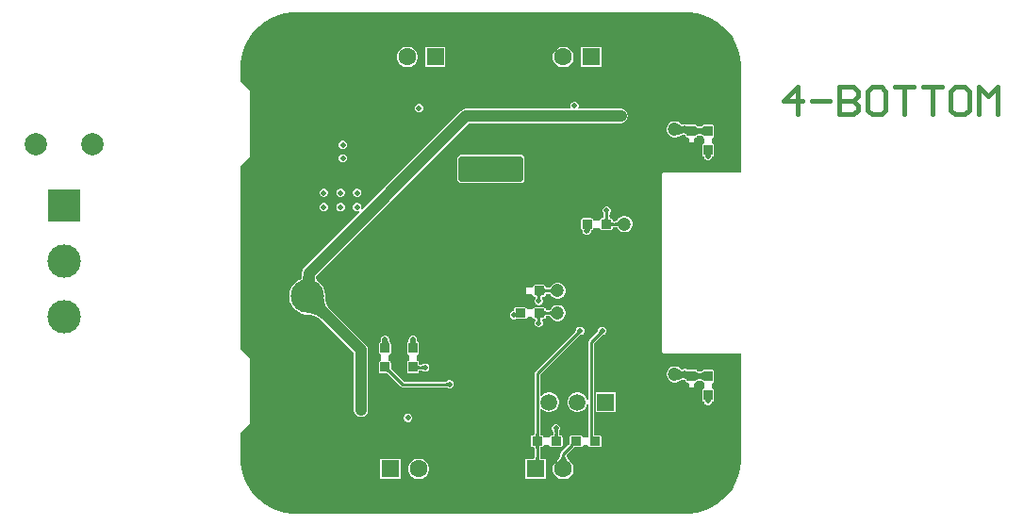
<source format=gbl>
G04*
G04 #@! TF.GenerationSoftware,Altium Limited,Altium Designer,23.4.1 (23)*
G04*
G04 Layer_Physical_Order=4*
G04 Layer_Color=16711680*
%FSLAX44Y44*%
%MOMM*%
G71*
G04*
G04 #@! TF.SameCoordinates,AC87B314-1984-4FFE-BA22-F28876D7C55D*
G04*
G04*
G04 #@! TF.FilePolarity,Positive*
G04*
G01*
G75*
%ADD14C,0.2500*%
%ADD17C,0.4000*%
G04:AMPARAMS|DCode=29|XSize=0.9mm|YSize=1.4mm|CornerRadius=0.0675mm|HoleSize=0mm|Usage=FLASHONLY|Rotation=270.000|XOffset=0mm|YOffset=0mm|HoleType=Round|Shape=RoundedRectangle|*
%AMROUNDEDRECTD29*
21,1,0.9000,1.2650,0,0,270.0*
21,1,0.7650,1.4000,0,0,270.0*
1,1,0.1350,-0.6325,-0.3825*
1,1,0.1350,-0.6325,0.3825*
1,1,0.1350,0.6325,0.3825*
1,1,0.1350,0.6325,-0.3825*
%
%ADD29ROUNDEDRECTD29*%
G04:AMPARAMS|DCode=34|XSize=0.9mm|YSize=0.8mm|CornerRadius=0.06mm|HoleSize=0mm|Usage=FLASHONLY|Rotation=0.000|XOffset=0mm|YOffset=0mm|HoleType=Round|Shape=RoundedRectangle|*
%AMROUNDEDRECTD34*
21,1,0.9000,0.6800,0,0,0.0*
21,1,0.7800,0.8000,0,0,0.0*
1,1,0.1200,0.3900,-0.3400*
1,1,0.1200,-0.3900,-0.3400*
1,1,0.1200,-0.3900,0.3400*
1,1,0.1200,0.3900,0.3400*
%
%ADD34ROUNDEDRECTD34*%
%ADD64C,1.2000*%
%ADD67C,0.5000*%
%ADD69C,1.0000*%
%ADD71R,3.0000X3.0000*%
%ADD72C,3.0000*%
%ADD73C,1.5000*%
%ADD74R,1.5000X1.5000*%
%ADD75C,1.6000*%
%ADD76R,1.6000X1.6000*%
%ADD77C,2.0000*%
%ADD78C,7.0000*%
%ADD79C,0.5000*%
G04:AMPARAMS|DCode=81|XSize=0.9mm|YSize=0.8mm|CornerRadius=0.06mm|HoleSize=0mm|Usage=FLASHONLY|Rotation=90.000|XOffset=0mm|YOffset=0mm|HoleType=Round|Shape=RoundedRectangle|*
%AMROUNDEDRECTD81*
21,1,0.9000,0.6800,0,0,90.0*
21,1,0.7800,0.8000,0,0,90.0*
1,1,0.1200,0.3400,0.3900*
1,1,0.1200,0.3400,-0.3900*
1,1,0.1200,-0.3400,-0.3900*
1,1,0.1200,-0.3400,0.3900*
%
%ADD81ROUNDEDRECTD81*%
G36*
X600000Y450000D02*
X600000Y450000D01*
X603277D01*
X609775Y449144D01*
X616106Y447448D01*
X622162Y444940D01*
X627838Y441663D01*
X633038Y437673D01*
X637673Y433038D01*
X641663Y427838D01*
X644940Y422162D01*
X647448Y416106D01*
X649144Y409775D01*
X650000Y403277D01*
X650000Y400000D01*
X650000Y306443D01*
X580096D01*
X579139Y306047D01*
X578743Y305090D01*
Y145000D01*
X579139Y144043D01*
X580096Y143647D01*
X650000D01*
X650000Y50000D01*
X650000D01*
Y46723D01*
X649144Y40225D01*
X647448Y33893D01*
X644940Y27838D01*
X641663Y22162D01*
X637673Y16962D01*
X633038Y12327D01*
X627838Y8337D01*
X622162Y5060D01*
X616106Y2552D01*
X609775Y856D01*
X603277Y0D01*
X600000D01*
X250000Y0D01*
Y0D01*
X246723D01*
X240225Y856D01*
X233894Y2552D01*
X227838Y5060D01*
X222162Y8337D01*
X216962Y12327D01*
X212327Y16962D01*
X208337Y22162D01*
X205060Y27838D01*
X202552Y33893D01*
X200856Y40225D01*
X200000Y46723D01*
Y50000D01*
Y71900D01*
X208890Y80790D01*
Y139210D01*
X200000Y148100D01*
X200000Y311900D01*
X208890Y320790D01*
Y379210D01*
X200000Y388100D01*
Y398804D01*
X200000Y400000D01*
X200000Y400000D01*
X200000Y400000D01*
X200000Y403277D01*
X200856Y409775D01*
X202552Y416106D01*
X205060Y422162D01*
X208337Y427838D01*
X212327Y433038D01*
X216962Y437673D01*
X222162Y441663D01*
X227838Y444940D01*
X233894Y447448D01*
X240224Y449145D01*
X246723Y450000D01*
X250000D01*
X600000Y450000D01*
X600000Y450000D01*
D02*
G37*
%LPC*%
G36*
X524250Y419250D02*
X505750D01*
Y400750D01*
X524250D01*
Y419250D01*
D02*
G37*
G36*
X491218D02*
X488782D01*
X486430Y418620D01*
X484320Y417402D01*
X482598Y415680D01*
X481380Y413570D01*
X480750Y411218D01*
Y408782D01*
X481380Y406430D01*
X482598Y404320D01*
X484320Y402598D01*
X486430Y401380D01*
X488782Y400750D01*
X491218D01*
X493570Y401380D01*
X495680Y402598D01*
X497402Y404320D01*
X498620Y406430D01*
X499250Y408782D01*
Y411218D01*
X498620Y413570D01*
X497402Y415680D01*
X495680Y417402D01*
X493570Y418620D01*
X491218Y419250D01*
D02*
G37*
G36*
X384250D02*
X365750D01*
Y400750D01*
X384250D01*
Y419250D01*
D02*
G37*
G36*
X351218D02*
X348782D01*
X346430Y418620D01*
X344320Y417402D01*
X342598Y415680D01*
X341380Y413570D01*
X340750Y411218D01*
Y408782D01*
X341380Y406430D01*
X342598Y404320D01*
X344320Y402598D01*
X346430Y401380D01*
X348782Y400750D01*
X351218D01*
X353570Y401380D01*
X355680Y402598D01*
X357402Y404320D01*
X358620Y406430D01*
X359250Y408782D01*
Y411218D01*
X358620Y413570D01*
X357402Y415680D01*
X355680Y417402D01*
X353570Y418620D01*
X351218Y419250D01*
D02*
G37*
G36*
X500746Y369750D02*
X499254D01*
X497876Y369179D01*
X496821Y368124D01*
X496250Y366746D01*
Y365254D01*
X496480Y364699D01*
X495631Y363429D01*
X402773D01*
X402772Y363429D01*
X400334Y362944D01*
X398266Y361563D01*
X309536Y272832D01*
X308459Y273552D01*
X308750Y274254D01*
Y275746D01*
X308179Y277124D01*
X307124Y278179D01*
X305746Y278750D01*
X304254D01*
X302876Y278179D01*
X301821Y277124D01*
X301250Y275746D01*
Y274254D01*
X301821Y272876D01*
X302876Y271821D01*
X304254Y271250D01*
X305746D01*
X306448Y271541D01*
X307168Y270464D01*
X257065Y220361D01*
X255684Y218294D01*
X255198Y215855D01*
Y215358D01*
X255138Y213731D01*
X255044Y212866D01*
X254915Y212110D01*
X254758Y211481D01*
X254581Y210986D01*
X254400Y210627D01*
X254235Y210400D01*
X254104Y210281D01*
X253853Y210143D01*
X253774Y210044D01*
X253653Y210009D01*
X253619Y209946D01*
X252303Y209401D01*
X249641Y207622D01*
X247378Y205359D01*
X245599Y202697D01*
X244374Y199740D01*
X243750Y196600D01*
Y193400D01*
X244374Y190260D01*
X245599Y187303D01*
X247378Y184641D01*
X249641Y182378D01*
X252303Y180599D01*
X255260Y179374D01*
X258400Y178750D01*
X259888D01*
X260119Y178648D01*
X261584Y178614D01*
X262946Y178487D01*
X264248Y178267D01*
X265492Y177955D01*
X266682Y177551D01*
X267818Y177056D01*
X268903Y176469D01*
X269939Y175789D01*
X270928Y175014D01*
X271529Y174459D01*
X301855Y144133D01*
Y92943D01*
X302340Y90504D01*
X303722Y88437D01*
X305789Y87056D01*
X308228Y86571D01*
X310666Y87056D01*
X312733Y88437D01*
X314115Y90504D01*
X314600Y92943D01*
Y146772D01*
X314600Y146772D01*
X314115Y149211D01*
X312733Y151278D01*
X312733Y151279D01*
X280541Y183471D01*
X279986Y184072D01*
X279211Y185061D01*
X278531Y186098D01*
X277944Y187183D01*
X277449Y188318D01*
X277045Y189508D01*
X276733Y190752D01*
X276513Y192055D01*
X276386Y193416D01*
X276352Y194881D01*
X276250Y195112D01*
Y196600D01*
X275625Y199740D01*
X274401Y202697D01*
X272622Y205359D01*
X270359Y207622D01*
X269353Y208294D01*
X269335Y208357D01*
X269231Y208413D01*
X269179Y208519D01*
X268970Y208704D01*
X268835Y208894D01*
X268664Y209248D01*
X268487Y209765D01*
X268324Y210435D01*
X268189Y211222D01*
X268033Y213305D01*
X405412Y350685D01*
X541772D01*
X544211Y351170D01*
X546278Y352551D01*
X547660Y354618D01*
X548145Y357057D01*
X547660Y359496D01*
X546278Y361563D01*
X544211Y362944D01*
X541772Y363429D01*
X504369D01*
X503520Y364699D01*
X503750Y365254D01*
Y366746D01*
X503179Y368124D01*
X502124Y369179D01*
X500746Y369750D01*
D02*
G37*
G36*
X361246Y367750D02*
X359754D01*
X358376Y367179D01*
X357321Y366124D01*
X356750Y364746D01*
Y363254D01*
X357321Y361876D01*
X358376Y360821D01*
X359754Y360250D01*
X361246D01*
X362624Y360821D01*
X363679Y361876D01*
X364250Y363254D01*
Y364746D01*
X363679Y366124D01*
X362624Y367179D01*
X361246Y367750D01*
D02*
G37*
G36*
X292746Y334750D02*
X291254D01*
X289876Y334179D01*
X288821Y333124D01*
X288250Y331746D01*
Y330254D01*
X288821Y328876D01*
X289876Y327821D01*
X291254Y327250D01*
X292746D01*
X294124Y327821D01*
X295179Y328876D01*
X295750Y330254D01*
Y331746D01*
X295179Y333124D01*
X294124Y334179D01*
X292746Y334750D01*
D02*
G37*
G36*
X590955Y352250D02*
X589045D01*
X587202Y351756D01*
X585548Y350801D01*
X584199Y349452D01*
X583244Y347798D01*
X582750Y345955D01*
Y344045D01*
X583244Y342202D01*
X584199Y340548D01*
X585548Y339199D01*
X587202Y338244D01*
X589045Y337750D01*
X590955D01*
X592798Y338244D01*
X593726Y338780D01*
X593981Y338819D01*
X594499Y339132D01*
X595002Y339392D01*
X595532Y339623D01*
X596088Y339825D01*
X596674Y339997D01*
X597287Y340140D01*
X597915Y340248D01*
X597998Y340256D01*
X598345Y340200D01*
X598877Y340063D01*
X599270Y339908D01*
X599529Y339756D01*
X599671Y339629D01*
X599723Y339553D01*
X599857Y338878D01*
X600133Y338465D01*
X600199Y338306D01*
X600255Y338282D01*
X600266Y338266D01*
X600283Y338255D01*
X600309Y338207D01*
X600390Y338184D01*
X600878Y337857D01*
X601600Y337714D01*
X602026D01*
X603000Y337000D01*
X603000Y336444D01*
Y333000D01*
X607000D01*
X607000Y337000D01*
X607974Y337714D01*
X608400D01*
X609122Y337857D01*
X609148Y337875D01*
X609222Y337867D01*
X609483Y338079D01*
X609793Y338207D01*
X609870Y338394D01*
X610026Y338520D01*
X610149Y338748D01*
X610242Y338859D01*
X610397Y338987D01*
X610635Y339126D01*
X610967Y339265D01*
X611395Y339393D01*
X611897Y339495D01*
X612589Y339564D01*
X613082Y339500D01*
X613605Y339393D01*
X614033Y339265D01*
X614365Y339126D01*
X614603Y338987D01*
X614758Y338859D01*
X614851Y338748D01*
X614974Y338520D01*
X615130Y338393D01*
X615207Y338207D01*
X615517Y338079D01*
X615778Y337867D01*
X616646Y336971D01*
Y333000D01*
X615878Y332143D01*
X615266Y331734D01*
X614857Y331122D01*
X614714Y330400D01*
Y322600D01*
X614857Y321878D01*
X615266Y321266D01*
X615878Y320857D01*
X616218Y320790D01*
X616250Y320631D01*
Y320254D01*
X616394Y319906D01*
X616468Y319537D01*
X616677Y319224D01*
X616821Y318876D01*
X617087Y318610D01*
X617296Y318296D01*
X617610Y318087D01*
X617876Y317821D01*
X618224Y317677D01*
X618537Y317467D01*
X618906Y317394D01*
X619254Y317250D01*
X619631D01*
X620000Y317176D01*
X620369Y317250D01*
X620746D01*
X621094Y317394D01*
X621463Y317467D01*
X621776Y317677D01*
X622124Y317821D01*
X622390Y318087D01*
X622704Y318296D01*
X622913Y318610D01*
X623179Y318876D01*
X623323Y319224D01*
X623532Y319537D01*
X623606Y319906D01*
X623750Y320254D01*
Y320631D01*
X623782Y320790D01*
X624122Y320857D01*
X624734Y321266D01*
X625143Y321878D01*
X625286Y322600D01*
Y330400D01*
X625143Y331122D01*
X624734Y331734D01*
X624122Y332143D01*
X623352Y333000D01*
Y337000D01*
X624122Y337857D01*
X624734Y338266D01*
X625143Y338878D01*
X625286Y339600D01*
Y347400D01*
X625143Y348122D01*
X624734Y348734D01*
X624122Y349143D01*
X623400Y349286D01*
X616600D01*
X615878Y349143D01*
X615852Y349125D01*
X615778Y349132D01*
X615517Y348921D01*
X615207Y348793D01*
X615130Y348606D01*
X614974Y348479D01*
X614851Y348252D01*
X614758Y348141D01*
X614603Y348013D01*
X614365Y347874D01*
X614033Y347735D01*
X613605Y347607D01*
X613103Y347505D01*
X612411Y347436D01*
X611918Y347500D01*
X611395Y347607D01*
X610967Y347735D01*
X610635Y347874D01*
X610397Y348013D01*
X610242Y348141D01*
X610149Y348252D01*
X610026Y348480D01*
X609870Y348606D01*
X609793Y348793D01*
X609483Y348921D01*
X609222Y349133D01*
X609148Y349125D01*
X609122Y349143D01*
X608400Y349286D01*
X601600D01*
X601008Y349169D01*
X600463Y349532D01*
X599000Y349823D01*
X597537Y349532D01*
X596898Y349106D01*
X596575Y349281D01*
X595989Y349650D01*
X595406Y350074D01*
X594792Y350576D01*
X594627Y350626D01*
X594452Y350801D01*
X592798Y351756D01*
X590955Y352250D01*
D02*
G37*
G36*
X292746Y322750D02*
X291254D01*
X289876Y322179D01*
X288821Y321124D01*
X288250Y319746D01*
Y318254D01*
X288821Y316876D01*
X289876Y315821D01*
X291254Y315250D01*
X292746D01*
X294124Y315821D01*
X295179Y316876D01*
X295750Y318254D01*
Y319746D01*
X295179Y321124D01*
X294124Y322179D01*
X292746Y322750D01*
D02*
G37*
G36*
X452000Y322353D02*
X398000D01*
X397043Y321957D01*
X395043Y319957D01*
X394647Y319000D01*
Y300000D01*
X395043Y299043D01*
X397043Y297043D01*
X397043Y297043D01*
X398000Y296647D01*
X452000D01*
X452957Y297043D01*
X454957Y299043D01*
X455353Y300000D01*
Y319000D01*
X454957Y319957D01*
X452957Y321957D01*
X452000Y322353D01*
D02*
G37*
G36*
X305746Y291750D02*
X304254D01*
X302876Y291179D01*
X301821Y290124D01*
X301250Y288746D01*
Y287254D01*
X301821Y285876D01*
X302876Y284821D01*
X304254Y284250D01*
X305746D01*
X307124Y284821D01*
X308179Y285876D01*
X308750Y287254D01*
Y288746D01*
X308179Y290124D01*
X307124Y291179D01*
X305746Y291750D01*
D02*
G37*
G36*
X290746D02*
X289254D01*
X287876Y291179D01*
X286821Y290124D01*
X286250Y288746D01*
Y287254D01*
X286821Y285876D01*
X287876Y284821D01*
X289254Y284250D01*
X290746D01*
X292124Y284821D01*
X293179Y285876D01*
X293750Y287254D01*
Y288746D01*
X293179Y290124D01*
X292124Y291179D01*
X290746Y291750D01*
D02*
G37*
G36*
X275746D02*
X274254D01*
X272876Y291179D01*
X271821Y290124D01*
X271250Y288746D01*
Y287254D01*
X271821Y285876D01*
X272876Y284821D01*
X274254Y284250D01*
X275746D01*
X277124Y284821D01*
X278179Y285876D01*
X278750Y287254D01*
Y288746D01*
X278179Y290124D01*
X277124Y291179D01*
X275746Y291750D01*
D02*
G37*
G36*
X290746Y278750D02*
X289254D01*
X287876Y278179D01*
X286821Y277124D01*
X286250Y275746D01*
Y274254D01*
X286821Y272876D01*
X287876Y271821D01*
X289254Y271250D01*
X290746D01*
X292124Y271821D01*
X293179Y272876D01*
X293750Y274254D01*
Y275746D01*
X293179Y277124D01*
X292124Y278179D01*
X290746Y278750D01*
D02*
G37*
G36*
X275746D02*
X274254D01*
X272876Y278179D01*
X271821Y277124D01*
X271250Y275746D01*
Y274254D01*
X271821Y272876D01*
X272876Y271821D01*
X274254Y271250D01*
X275746D01*
X277124Y271821D01*
X278179Y272876D01*
X278750Y274254D01*
Y275746D01*
X278179Y277124D01*
X277124Y278179D01*
X275746Y278750D01*
D02*
G37*
G36*
X529746Y275750D02*
X528254D01*
X526876Y275179D01*
X525821Y274124D01*
X525250Y272746D01*
Y271254D01*
X525821Y269876D01*
X526163Y269534D01*
X526224Y269358D01*
X526226Y269347D01*
X526229Y269342D01*
X526238Y269316D01*
X526271Y269279D01*
X526276Y269271D01*
X526294Y269226D01*
X526317Y269150D01*
X526342Y269043D01*
X526361Y268923D01*
X526393Y268535D01*
X526397Y268310D01*
X526451Y268186D01*
Y266672D01*
X526398Y266552D01*
X526386Y266112D01*
X526357Y265774D01*
X526313Y265510D01*
X526264Y265326D01*
X526248Y265286D01*
X524600D01*
X523878Y265143D01*
X523266Y264734D01*
X522857Y264122D01*
X522000Y263353D01*
X518000D01*
X517143Y264122D01*
X516734Y264734D01*
X516122Y265143D01*
X515400Y265286D01*
X507600D01*
X506878Y265143D01*
X506266Y264734D01*
X505857Y264122D01*
X505714Y263400D01*
Y256600D01*
X505857Y255878D01*
X506266Y255266D01*
X506878Y254857D01*
X507228Y254788D01*
X507250Y254746D01*
Y254369D01*
X507177Y254000D01*
X507250Y253631D01*
Y253254D01*
X507394Y252906D01*
X507468Y252537D01*
X507677Y252224D01*
X507821Y251876D01*
X508087Y251610D01*
X508296Y251296D01*
X508610Y251087D01*
X508876Y250821D01*
X509224Y250677D01*
X509537Y250468D01*
X509906Y250394D01*
X510254Y250250D01*
X510631D01*
X511000Y250177D01*
X511369Y250250D01*
X511746D01*
X512094Y250394D01*
X512463Y250468D01*
X512776Y250677D01*
X513124Y250821D01*
X513390Y251087D01*
X513704Y251296D01*
X514204Y251796D01*
X515032Y253037D01*
X515323Y254500D01*
Y254714D01*
X515400D01*
X516122Y254857D01*
X516734Y255266D01*
X517143Y255878D01*
X518000Y256647D01*
X522000D01*
X522857Y255878D01*
X523266Y255266D01*
X523878Y254857D01*
X524600Y254714D01*
X532400D01*
X533122Y254857D01*
X533734Y255266D01*
X534143Y255878D01*
X534286Y256600D01*
Y257248D01*
X534326Y257264D01*
X534510Y257313D01*
X534774Y257357D01*
X535112Y257386D01*
X535552Y257397D01*
X535672Y257451D01*
X536474D01*
X536594Y257397D01*
X537002Y257386D01*
X537326Y257357D01*
X537600Y257312D01*
X537823Y257255D01*
X537994Y257193D01*
X538117Y257131D01*
X538198Y257076D01*
X538249Y257028D01*
X538284Y256985D01*
X538364Y256842D01*
X538515Y256722D01*
X538589Y256543D01*
X538635Y256524D01*
X539199Y255548D01*
X540548Y254199D01*
X542202Y253244D01*
X544045Y252750D01*
X545955D01*
X547798Y253244D01*
X549452Y254199D01*
X550801Y255548D01*
X551756Y257202D01*
X552250Y259046D01*
Y260954D01*
X551756Y262798D01*
X550801Y264452D01*
X549452Y265801D01*
X547798Y266756D01*
X545955Y267250D01*
X544045D01*
X542202Y266756D01*
X540548Y265801D01*
X539199Y264452D01*
X538635Y263476D01*
X538589Y263457D01*
X538515Y263278D01*
X538364Y263158D01*
X538284Y263015D01*
X538249Y262972D01*
X538198Y262924D01*
X538117Y262869D01*
X537994Y262807D01*
X537823Y262745D01*
X537600Y262688D01*
X537326Y262643D01*
X537002Y262614D01*
X536594Y262602D01*
X536474Y262549D01*
X535672D01*
X535552Y262603D01*
X535112Y262614D01*
X534774Y262643D01*
X534510Y262687D01*
X534326Y262736D01*
X534286Y262752D01*
Y263400D01*
X534143Y264122D01*
X533734Y264734D01*
X533122Y265143D01*
X532400Y265286D01*
X531752D01*
X531736Y265326D01*
X531687Y265510D01*
X531643Y265774D01*
X531614Y266112D01*
X531603Y266552D01*
X531549Y266672D01*
Y268168D01*
X531602Y268283D01*
X531620Y268757D01*
X531636Y268906D01*
X531659Y269043D01*
X531683Y269150D01*
X531706Y269226D01*
X531724Y269271D01*
X531729Y269279D01*
X531762Y269316D01*
X531771Y269342D01*
X531774Y269347D01*
X531776Y269358D01*
X531837Y269534D01*
X532179Y269876D01*
X532750Y271254D01*
Y272746D01*
X532179Y274124D01*
X531124Y275179D01*
X529746Y275750D01*
D02*
G37*
G36*
X485955Y207250D02*
X484045D01*
X482202Y206756D01*
X480548Y205801D01*
X479199Y204452D01*
X478635Y203476D01*
X478589Y203457D01*
X478515Y203278D01*
X478364Y203158D01*
X478284Y203015D01*
X478249Y202972D01*
X478198Y202924D01*
X478117Y202869D01*
X477994Y202807D01*
X477823Y202745D01*
X477600Y202688D01*
X477326Y202643D01*
X477002Y202614D01*
X476594Y202603D01*
X476474Y202549D01*
X475672D01*
X475552Y202603D01*
X475112Y202614D01*
X474774Y202643D01*
X474510Y202687D01*
X474326Y202736D01*
X474286Y202752D01*
Y203400D01*
X474143Y204122D01*
X473734Y204734D01*
X473122Y205143D01*
X472400Y205286D01*
X464600D01*
X463878Y205143D01*
X463266Y204734D01*
X462857Y204122D01*
X462000Y203353D01*
X458000D01*
X457043Y202957D01*
X456647Y202000D01*
Y198000D01*
X457043Y197043D01*
X458000Y196647D01*
X462000D01*
X462857Y195878D01*
X463266Y195266D01*
X463878Y194857D01*
X464459Y194742D01*
X464709Y194482D01*
X464710Y194481D01*
X465139Y193521D01*
X465140Y193444D01*
X464821Y193124D01*
X464250Y191746D01*
Y190254D01*
X464821Y188876D01*
X465876Y187821D01*
X467254Y187250D01*
X468746D01*
X470124Y187821D01*
X471179Y188876D01*
X471750Y190254D01*
Y191746D01*
X471179Y193124D01*
X471009Y193295D01*
X471360Y194506D01*
X471511Y194625D01*
X471653Y194714D01*
X472400D01*
X473122Y194857D01*
X473734Y195266D01*
X474143Y195878D01*
X474286Y196600D01*
Y197248D01*
X474326Y197264D01*
X474510Y197313D01*
X474774Y197357D01*
X475112Y197386D01*
X475552Y197397D01*
X475672Y197451D01*
X476474D01*
X476594Y197397D01*
X477002Y197386D01*
X477326Y197357D01*
X477600Y197312D01*
X477823Y197255D01*
X477994Y197193D01*
X478117Y197131D01*
X478198Y197076D01*
X478249Y197029D01*
X478284Y196985D01*
X478364Y196842D01*
X478515Y196722D01*
X478589Y196543D01*
X478635Y196524D01*
X479199Y195548D01*
X480548Y194199D01*
X482202Y193244D01*
X484045Y192750D01*
X485955D01*
X487798Y193244D01*
X489452Y194199D01*
X490801Y195548D01*
X491756Y197202D01*
X492250Y199046D01*
Y200954D01*
X491756Y202798D01*
X490801Y204452D01*
X489452Y205801D01*
X487798Y206756D01*
X485955Y207250D01*
D02*
G37*
G36*
Y187250D02*
X484045D01*
X482202Y186756D01*
X480548Y185801D01*
X479199Y184452D01*
X478635Y183476D01*
X478589Y183457D01*
X478515Y183278D01*
X478364Y183158D01*
X478284Y183015D01*
X478249Y182972D01*
X478198Y182924D01*
X478117Y182869D01*
X477994Y182807D01*
X477823Y182745D01*
X477600Y182688D01*
X477326Y182643D01*
X477002Y182614D01*
X476594Y182603D01*
X476474Y182549D01*
X475672D01*
X475552Y182603D01*
X475112Y182614D01*
X474774Y182643D01*
X474510Y182687D01*
X474326Y182736D01*
X474286Y182752D01*
Y183400D01*
X474143Y184122D01*
X473734Y184734D01*
X473122Y185143D01*
X472400Y185286D01*
X464600D01*
X463878Y185143D01*
X463266Y184734D01*
X462857Y184122D01*
X462000Y183353D01*
X458000D01*
X457143Y184122D01*
X456734Y184734D01*
X456122Y185143D01*
X455400Y185286D01*
X447600D01*
X446878Y185143D01*
X446266Y184734D01*
X445857Y184122D01*
X445714Y183400D01*
Y182086D01*
X444916D01*
X443537Y181515D01*
X442482Y180460D01*
X441912Y179082D01*
Y177590D01*
X442482Y176211D01*
X443537Y175156D01*
X444916Y174586D01*
X446408D01*
X447003Y174832D01*
X447600Y174714D01*
X455400D01*
X456122Y174857D01*
X456734Y175266D01*
X457143Y175878D01*
X458000Y176647D01*
X462000D01*
X462857Y175878D01*
X463266Y175266D01*
X463878Y174857D01*
X464459Y174742D01*
X464709Y174482D01*
X464710Y174481D01*
X465139Y173521D01*
X465140Y173444D01*
X464821Y173124D01*
X464250Y171746D01*
Y170254D01*
X464821Y168876D01*
X465876Y167821D01*
X467254Y167250D01*
X468746D01*
X470124Y167821D01*
X471179Y168876D01*
X471750Y170254D01*
Y171746D01*
X471179Y173124D01*
X471009Y173295D01*
X471360Y174506D01*
X471511Y174625D01*
X471653Y174714D01*
X472400D01*
X473122Y174857D01*
X473734Y175266D01*
X474143Y175878D01*
X474286Y176600D01*
Y177248D01*
X474326Y177264D01*
X474510Y177313D01*
X474774Y177357D01*
X475112Y177386D01*
X475552Y177397D01*
X475672Y177451D01*
X476474D01*
X476594Y177397D01*
X477002Y177386D01*
X477326Y177357D01*
X477600Y177312D01*
X477823Y177255D01*
X477994Y177193D01*
X478117Y177131D01*
X478198Y177076D01*
X478249Y177028D01*
X478284Y176985D01*
X478364Y176842D01*
X478515Y176722D01*
X478589Y176543D01*
X478635Y176524D01*
X479199Y175548D01*
X480548Y174199D01*
X482202Y173244D01*
X484045Y172750D01*
X485955D01*
X487798Y173244D01*
X489452Y174199D01*
X490801Y175548D01*
X491756Y177202D01*
X492250Y179046D01*
Y180954D01*
X491756Y182798D01*
X490801Y184452D01*
X489452Y185801D01*
X487798Y186756D01*
X485955Y187250D01*
D02*
G37*
G36*
X355000Y159824D02*
X354631Y159750D01*
X354254D01*
X353906Y159606D01*
X353537Y159532D01*
X353224Y159323D01*
X352876Y159179D01*
X352610Y158913D01*
X352296Y158704D01*
X352087Y158390D01*
X351821Y158124D01*
X351677Y157776D01*
X351468Y157463D01*
X351394Y157094D01*
X351250Y156746D01*
Y156369D01*
X351210Y156168D01*
X351147Y156024D01*
X351129Y154973D01*
X351076Y154205D01*
X351073Y154181D01*
X350878Y154143D01*
X350266Y153734D01*
X349857Y153122D01*
X349714Y152400D01*
Y144600D01*
X349857Y143878D01*
X350266Y143266D01*
X350878Y142857D01*
X351647Y142001D01*
Y138001D01*
X350878Y137143D01*
X350266Y136734D01*
X349857Y136122D01*
X349714Y135400D01*
Y127600D01*
X349857Y126878D01*
X350266Y126266D01*
X350878Y125857D01*
X351600Y125714D01*
X358400D01*
X359122Y125857D01*
X359734Y126266D01*
X360143Y126878D01*
X360286Y127600D01*
Y128248D01*
X360326Y128264D01*
X360510Y128313D01*
X360774Y128357D01*
X361112Y128386D01*
X361552Y128398D01*
X361672Y128451D01*
X362168D01*
X362283Y128398D01*
X362757Y128380D01*
X362907Y128364D01*
X363043Y128342D01*
X363150Y128317D01*
X363226Y128294D01*
X363271Y128276D01*
X363279Y128271D01*
X363316Y128238D01*
X363342Y128229D01*
X363347Y128226D01*
X363358Y128224D01*
X363534Y128163D01*
X363876Y127821D01*
X365254Y127250D01*
X366746D01*
X368124Y127821D01*
X369179Y128876D01*
X369750Y130254D01*
Y131746D01*
X369179Y133124D01*
X368124Y134179D01*
X366746Y134750D01*
X365254D01*
X363876Y134179D01*
X363534Y133837D01*
X363358Y133776D01*
X363347Y133774D01*
X363342Y133771D01*
X363316Y133762D01*
X363279Y133729D01*
X363271Y133724D01*
X363226Y133706D01*
X363150Y133683D01*
X363043Y133659D01*
X362923Y133639D01*
X362536Y133607D01*
X362310Y133603D01*
X362186Y133549D01*
X361672D01*
X361552Y133603D01*
X361112Y133614D01*
X360774Y133643D01*
X360510Y133687D01*
X360326Y133736D01*
X360286Y133752D01*
Y135400D01*
X360143Y136122D01*
X359734Y136734D01*
X359122Y137143D01*
X358353Y138001D01*
Y142001D01*
X359122Y142857D01*
X359734Y143266D01*
X360143Y143878D01*
X360286Y144600D01*
Y152400D01*
X360143Y153122D01*
X359734Y153734D01*
X359122Y154143D01*
X358947Y154177D01*
X358857Y155480D01*
X358853Y156011D01*
X358793Y156152D01*
X358750Y156369D01*
Y156746D01*
X358606Y157094D01*
X358532Y157463D01*
X358323Y157776D01*
X358179Y158124D01*
X357913Y158390D01*
X357704Y158704D01*
X357390Y158913D01*
X357124Y159179D01*
X356776Y159323D01*
X356463Y159532D01*
X356094Y159606D01*
X355746Y159750D01*
X355369D01*
X355000Y159824D01*
D02*
G37*
G36*
X330000D02*
X329631Y159750D01*
X329254D01*
X328906Y159606D01*
X328537Y159532D01*
X328224Y159323D01*
X327876Y159179D01*
X327610Y158913D01*
X327296Y158704D01*
X327087Y158390D01*
X326821Y158124D01*
X326677Y157776D01*
X326468Y157463D01*
X326394Y157094D01*
X326250Y156746D01*
Y156369D01*
X326210Y156168D01*
X326147Y156024D01*
X326129Y154973D01*
X326076Y154206D01*
X326073Y154181D01*
X325878Y154143D01*
X325266Y153734D01*
X324857Y153122D01*
X324714Y152400D01*
Y144600D01*
X324857Y143878D01*
X325266Y143266D01*
X325878Y142857D01*
X326647Y142000D01*
Y138000D01*
X325878Y137143D01*
X325266Y136734D01*
X324857Y136122D01*
X324714Y135400D01*
Y127600D01*
X324857Y126878D01*
X325266Y126266D01*
X325878Y125857D01*
X326600Y125714D01*
X330828D01*
X330945Y125661D01*
X331056Y125704D01*
X331172Y125675D01*
X331238Y125714D01*
X331862D01*
X331879Y125704D01*
X332194Y125481D01*
X333068Y124734D01*
X333576Y124243D01*
X333702Y124194D01*
X343698Y114198D01*
X344524Y113645D01*
X345500Y113451D01*
X384168D01*
X384283Y113398D01*
X384757Y113380D01*
X384907Y113364D01*
X385043Y113342D01*
X385150Y113317D01*
X385226Y113294D01*
X385271Y113276D01*
X385279Y113271D01*
X385316Y113238D01*
X385342Y113229D01*
X385347Y113226D01*
X385358Y113224D01*
X385534Y113163D01*
X385876Y112821D01*
X387254Y112250D01*
X388746D01*
X390124Y112821D01*
X391179Y113876D01*
X391750Y115254D01*
Y116746D01*
X391179Y118124D01*
X390124Y119179D01*
X388746Y119750D01*
X387254D01*
X385876Y119179D01*
X385534Y118837D01*
X385358Y118776D01*
X385347Y118774D01*
X385342Y118771D01*
X385316Y118762D01*
X385279Y118729D01*
X385271Y118724D01*
X385226Y118706D01*
X385150Y118683D01*
X385043Y118659D01*
X384923Y118639D01*
X384536Y118607D01*
X384310Y118603D01*
X384187Y118549D01*
X346556D01*
X337768Y127337D01*
X337758Y127387D01*
X337651Y127458D01*
X337603Y127577D01*
X336990Y128208D01*
X336018Y129311D01*
X335685Y129748D01*
X335438Y130122D01*
X335286Y130403D01*
Y131058D01*
X335325Y131210D01*
X335286Y131276D01*
Y135400D01*
X335143Y136122D01*
X334734Y136734D01*
X334122Y137143D01*
X333353Y138000D01*
Y142000D01*
X334122Y142857D01*
X334734Y143266D01*
X335143Y143878D01*
X335286Y144600D01*
Y152400D01*
X335143Y153122D01*
X334734Y153734D01*
X334122Y154143D01*
X333947Y154177D01*
X333857Y155479D01*
X333853Y156011D01*
X333793Y156152D01*
X333750Y156369D01*
Y156746D01*
X333606Y157094D01*
X333532Y157463D01*
X333323Y157776D01*
X333179Y158124D01*
X332913Y158390D01*
X332704Y158704D01*
X332390Y158913D01*
X332124Y159179D01*
X331776Y159323D01*
X331463Y159532D01*
X331094Y159606D01*
X330746Y159750D01*
X330369D01*
X330000Y159824D01*
D02*
G37*
G36*
X525746Y167750D02*
X524254D01*
X522876Y167179D01*
X521821Y166124D01*
X521250Y164746D01*
Y164262D01*
X521168Y164094D01*
X521162Y164085D01*
X521161Y164080D01*
X521149Y164056D01*
X521147Y164006D01*
X521144Y163997D01*
X521125Y163952D01*
X521087Y163882D01*
X521029Y163789D01*
X520958Y163690D01*
X520707Y163394D01*
X520550Y163231D01*
X520501Y163106D01*
X513198Y155802D01*
X512645Y154976D01*
X512451Y154000D01*
Y102322D01*
X511181Y102154D01*
X510853Y103378D01*
X509701Y105373D01*
X508072Y107002D01*
X506077Y108154D01*
X503852Y108750D01*
X501548D01*
X499322Y108154D01*
X497327Y107002D01*
X495698Y105373D01*
X494546Y103378D01*
X493950Y101152D01*
Y98848D01*
X494546Y96623D01*
X495698Y94628D01*
X497327Y92998D01*
X499322Y91847D01*
X501548Y91250D01*
X503852D01*
X506077Y91847D01*
X508072Y92998D01*
X509701Y94628D01*
X510853Y96623D01*
X511181Y97846D01*
X512451Y97679D01*
Y69527D01*
X512280Y69084D01*
X511327Y68354D01*
X507999D01*
X507143Y69122D01*
X506734Y69734D01*
X506122Y70143D01*
X505400Y70286D01*
X497600D01*
X496878Y70143D01*
X496266Y69734D01*
X495857Y69122D01*
X495714Y68400D01*
Y64172D01*
X495662Y64055D01*
X495704Y63944D01*
X495675Y63828D01*
X495714Y63762D01*
Y63138D01*
X495704Y63121D01*
X495481Y62806D01*
X494735Y61932D01*
X494244Y61424D01*
X494194Y61298D01*
X488198Y55302D01*
X487645Y54475D01*
X487451Y53500D01*
Y52905D01*
X487401Y52806D01*
X487365Y52341D01*
X487272Y51921D01*
X487104Y51439D01*
X486852Y50899D01*
X486512Y50306D01*
X486082Y49664D01*
X485570Y48990D01*
X484236Y47473D01*
X483437Y46664D01*
X483338Y46419D01*
X482598Y45680D01*
X481380Y43570D01*
X480750Y41218D01*
Y38782D01*
X481380Y36430D01*
X482598Y34320D01*
X484320Y32598D01*
X486430Y31380D01*
X488782Y30750D01*
X491218D01*
X493570Y31380D01*
X495680Y32598D01*
X497402Y34320D01*
X498620Y36430D01*
X499250Y38782D01*
Y41218D01*
X498620Y43570D01*
X497402Y45680D01*
X496662Y46419D01*
X496563Y46664D01*
X495764Y47473D01*
X494430Y48990D01*
X493918Y49664D01*
X493488Y50306D01*
X493148Y50899D01*
X492896Y51439D01*
X492728Y51921D01*
X492635Y52340D01*
X492621Y52517D01*
X497337Y57232D01*
X497387Y57242D01*
X497458Y57349D01*
X497578Y57396D01*
X498208Y58010D01*
X499311Y58982D01*
X499748Y59315D01*
X500122Y59562D01*
X500403Y59714D01*
X501058D01*
X501210Y59675D01*
X501276Y59714D01*
X505400D01*
X506122Y59857D01*
X506734Y60266D01*
X507143Y60878D01*
X507999Y61648D01*
X511999D01*
X512857Y60878D01*
X513266Y60266D01*
X513878Y59857D01*
X514600Y59714D01*
X522400D01*
X523122Y59857D01*
X523734Y60266D01*
X524143Y60878D01*
X524286Y61600D01*
Y68400D01*
X524143Y69122D01*
X523734Y69734D01*
X523122Y70143D01*
X522400Y70286D01*
X517549D01*
Y152944D01*
X524092Y159488D01*
X524212Y159532D01*
X524559Y159854D01*
X524677Y159949D01*
X524789Y160029D01*
X524882Y160088D01*
X524952Y160125D01*
X524996Y160144D01*
X525006Y160147D01*
X525055Y160149D01*
X525080Y160161D01*
X525085Y160163D01*
X525094Y160168D01*
X525262Y160250D01*
X525746D01*
X527124Y160821D01*
X528179Y161876D01*
X528750Y163254D01*
Y164746D01*
X528179Y166124D01*
X527124Y167179D01*
X525746Y167750D01*
D02*
G37*
G36*
X590955Y132250D02*
X589045D01*
X587202Y131756D01*
X585548Y130801D01*
X584199Y129452D01*
X583244Y127798D01*
X582750Y125955D01*
Y124045D01*
X583244Y122202D01*
X584199Y120548D01*
X585548Y119199D01*
X587202Y118244D01*
X589045Y117750D01*
X590955D01*
X592798Y118244D01*
X593726Y118780D01*
X593981Y118819D01*
X594499Y119132D01*
X595002Y119392D01*
X595532Y119623D01*
X596088Y119825D01*
X596674Y119997D01*
X597287Y120140D01*
X597915Y120248D01*
X597998Y120256D01*
X598345Y120200D01*
X598877Y120063D01*
X599270Y119908D01*
X599529Y119756D01*
X599671Y119629D01*
X599723Y119553D01*
X599857Y118878D01*
X600133Y118465D01*
X600199Y118306D01*
X600255Y118282D01*
X600266Y118266D01*
X600283Y118255D01*
X600309Y118207D01*
X600390Y118184D01*
X600878Y117857D01*
X601600Y117714D01*
X602026D01*
X603000Y117000D01*
X603000Y116444D01*
Y113000D01*
X607000D01*
X607000Y117000D01*
X607974Y117714D01*
X608400D01*
X609122Y117857D01*
X609148Y117875D01*
X609222Y117867D01*
X609483Y118079D01*
X609793Y118207D01*
X609870Y118393D01*
X610026Y118520D01*
X610149Y118748D01*
X610242Y118859D01*
X610397Y118987D01*
X610635Y119126D01*
X610967Y119265D01*
X611395Y119393D01*
X611897Y119495D01*
X612589Y119564D01*
X613082Y119500D01*
X613605Y119393D01*
X614033Y119265D01*
X614365Y119126D01*
X614603Y118987D01*
X614758Y118859D01*
X614851Y118748D01*
X614974Y118520D01*
X615130Y118393D01*
X615207Y118207D01*
X615517Y118079D01*
X615778Y117867D01*
X616647Y116971D01*
Y113002D01*
X615878Y112143D01*
X615266Y111734D01*
X614857Y111122D01*
X614714Y110400D01*
Y102600D01*
X614857Y101878D01*
X615266Y101266D01*
X615878Y100857D01*
X616218Y100790D01*
X616250Y100631D01*
Y100254D01*
X616394Y99906D01*
X616468Y99537D01*
X616677Y99224D01*
X616821Y98876D01*
X617087Y98610D01*
X617296Y98296D01*
X617610Y98087D01*
X617876Y97821D01*
X618224Y97677D01*
X618537Y97468D01*
X618906Y97394D01*
X619254Y97250D01*
X619631D01*
X620000Y97177D01*
X620369Y97250D01*
X620746D01*
X621094Y97394D01*
X621463Y97468D01*
X621776Y97677D01*
X622124Y97821D01*
X622390Y98087D01*
X622704Y98296D01*
X622913Y98610D01*
X623179Y98876D01*
X623323Y99224D01*
X623532Y99537D01*
X623606Y99906D01*
X623750Y100254D01*
Y100631D01*
X623782Y100790D01*
X624122Y100857D01*
X624734Y101266D01*
X625143Y101878D01*
X625286Y102600D01*
Y110400D01*
X625143Y111122D01*
X624734Y111734D01*
X624122Y112143D01*
X623353Y113002D01*
Y117002D01*
X624122Y117857D01*
X624734Y118266D01*
X625143Y118878D01*
X625286Y119600D01*
Y127400D01*
X625143Y128122D01*
X624734Y128734D01*
X624122Y129143D01*
X623400Y129286D01*
X616600D01*
X615878Y129143D01*
X615852Y129125D01*
X615778Y129132D01*
X615517Y128921D01*
X615207Y128793D01*
X615130Y128607D01*
X614974Y128479D01*
X614851Y128252D01*
X614758Y128141D01*
X614603Y128013D01*
X614365Y127874D01*
X614033Y127735D01*
X613605Y127607D01*
X613103Y127505D01*
X612411Y127436D01*
X611918Y127500D01*
X611395Y127607D01*
X610967Y127735D01*
X610636Y127874D01*
X610397Y128013D01*
X610242Y128141D01*
X610149Y128252D01*
X610026Y128480D01*
X609870Y128607D01*
X609793Y128793D01*
X609483Y128921D01*
X609222Y129133D01*
X609148Y129125D01*
X609122Y129143D01*
X608400Y129286D01*
X601600D01*
X601104Y129187D01*
X599746Y129750D01*
X598254D01*
X596876Y129179D01*
X596836Y129139D01*
X596575Y129281D01*
X595990Y129650D01*
X595405Y130074D01*
X594792Y130576D01*
X594627Y130626D01*
X594452Y130801D01*
X592798Y131756D01*
X590955Y132250D01*
D02*
G37*
G36*
X536850Y108750D02*
X519350D01*
Y91250D01*
X536850D01*
Y108750D01*
D02*
G37*
G36*
X505746Y167750D02*
X504254D01*
X502876Y167179D01*
X501821Y166124D01*
X501250Y164746D01*
Y164262D01*
X501168Y164094D01*
X501162Y164085D01*
X501161Y164080D01*
X501149Y164056D01*
X501147Y164006D01*
X501144Y163997D01*
X501125Y163952D01*
X501087Y163882D01*
X501029Y163789D01*
X500958Y163690D01*
X500707Y163394D01*
X500550Y163231D01*
X500501Y163106D01*
X464698Y127302D01*
X464145Y126475D01*
X463951Y125500D01*
Y71672D01*
X463898Y71552D01*
X463886Y71112D01*
X463857Y70774D01*
X463813Y70510D01*
X463764Y70326D01*
X463748Y70286D01*
X462600D01*
X461878Y70143D01*
X461266Y69734D01*
X460857Y69122D01*
X460714Y68400D01*
Y61600D01*
X460857Y60878D01*
X461266Y60266D01*
X461878Y59857D01*
X462600Y59714D01*
X463748D01*
X463764Y59674D01*
X463813Y59490D01*
X463857Y59226D01*
X463886Y58888D01*
X463898Y58448D01*
X463951Y58328D01*
Y50625D01*
X463898Y50505D01*
X463886Y50065D01*
X463857Y49727D01*
X463813Y49463D01*
X463764Y49279D01*
X463752Y49250D01*
X455750D01*
Y30750D01*
X474250D01*
Y49250D01*
X469248D01*
X469236Y49279D01*
X469187Y49464D01*
X469143Y49727D01*
X469114Y50065D01*
X469103Y50505D01*
X469049Y50625D01*
Y58328D01*
X469103Y58448D01*
X469114Y58888D01*
X469143Y59226D01*
X469187Y59490D01*
X469236Y59674D01*
X469252Y59714D01*
X470400D01*
X471122Y59857D01*
X471734Y60266D01*
X472143Y60878D01*
X473000Y61647D01*
X477000D01*
X477857Y60878D01*
X478266Y60266D01*
X478878Y59857D01*
X479600Y59714D01*
X487400D01*
X488122Y59857D01*
X488734Y60266D01*
X489143Y60878D01*
X489286Y61600D01*
Y68400D01*
X489143Y69122D01*
X488734Y69734D01*
X488122Y70143D01*
X487400Y70286D01*
X486252D01*
X486236Y70326D01*
X486187Y70510D01*
X486143Y70774D01*
X486114Y71112D01*
X486103Y71552D01*
X486049Y71672D01*
Y72668D01*
X486102Y72783D01*
X486120Y73257D01*
X486136Y73407D01*
X486158Y73543D01*
X486183Y73650D01*
X486206Y73726D01*
X486224Y73771D01*
X486229Y73779D01*
X486262Y73816D01*
X486271Y73842D01*
X486274Y73847D01*
X486276Y73858D01*
X486337Y74034D01*
X486679Y74376D01*
X487250Y75754D01*
Y77246D01*
X486679Y78624D01*
X485624Y79679D01*
X484246Y80250D01*
X482754D01*
X481376Y79679D01*
X480321Y78624D01*
X479750Y77246D01*
Y75754D01*
X480321Y74376D01*
X480663Y74034D01*
X480724Y73858D01*
X480726Y73847D01*
X480729Y73842D01*
X480738Y73816D01*
X480771Y73779D01*
X480776Y73771D01*
X480794Y73726D01*
X480817Y73650D01*
X480841Y73543D01*
X480861Y73423D01*
X480893Y73035D01*
X480897Y72810D01*
X480951Y72687D01*
Y71672D01*
X480897Y71552D01*
X480886Y71112D01*
X480857Y70774D01*
X480813Y70510D01*
X480764Y70326D01*
X480748Y70286D01*
X479600D01*
X478878Y70143D01*
X478266Y69734D01*
X477857Y69122D01*
X477000Y68353D01*
X473000D01*
X472143Y69122D01*
X471734Y69734D01*
X471122Y70143D01*
X470400Y70286D01*
X469252D01*
X469236Y70326D01*
X469187Y70510D01*
X469143Y70774D01*
X469114Y71112D01*
X469103Y71552D01*
X469049Y71672D01*
Y94252D01*
X470224Y94605D01*
X470319Y94607D01*
X471928Y92998D01*
X473923Y91846D01*
X476148Y91250D01*
X478452D01*
X480678Y91846D01*
X482673Y92998D01*
X484302Y94627D01*
X485454Y96622D01*
X486050Y98848D01*
Y101152D01*
X485454Y103377D01*
X484302Y105372D01*
X482673Y107002D01*
X480678Y108153D01*
X478452Y108750D01*
X476148D01*
X473923Y108153D01*
X471928Y107002D01*
X470319Y105393D01*
X470224Y105395D01*
X469049Y105748D01*
Y124444D01*
X504092Y159488D01*
X504212Y159532D01*
X504559Y159854D01*
X504677Y159949D01*
X504789Y160029D01*
X504882Y160088D01*
X504952Y160125D01*
X504996Y160144D01*
X505006Y160147D01*
X505056Y160149D01*
X505080Y160161D01*
X505085Y160163D01*
X505094Y160168D01*
X505262Y160250D01*
X505746D01*
X507124Y160821D01*
X508179Y161876D01*
X508750Y163254D01*
Y164746D01*
X508179Y166124D01*
X507124Y167179D01*
X505746Y167750D01*
D02*
G37*
G36*
X351246Y89750D02*
X349754D01*
X348376Y89179D01*
X347321Y88124D01*
X346750Y86746D01*
Y85254D01*
X347321Y83876D01*
X348376Y82821D01*
X349754Y82250D01*
X351246D01*
X352624Y82821D01*
X353679Y83876D01*
X354250Y85254D01*
Y86746D01*
X353679Y88124D01*
X352624Y89179D01*
X351246Y89750D01*
D02*
G37*
G36*
X361218Y49250D02*
X358782D01*
X356430Y48620D01*
X354320Y47402D01*
X352598Y45680D01*
X351380Y43570D01*
X350750Y41218D01*
Y38782D01*
X351380Y36430D01*
X352598Y34320D01*
X354320Y32598D01*
X356430Y31380D01*
X358782Y30750D01*
X361218D01*
X363570Y31380D01*
X365680Y32598D01*
X367402Y34320D01*
X368620Y36430D01*
X369250Y38782D01*
Y41218D01*
X368620Y43570D01*
X367402Y45680D01*
X365680Y47402D01*
X363570Y48620D01*
X361218Y49250D01*
D02*
G37*
G36*
X344250D02*
X325750D01*
Y30750D01*
X344250D01*
Y49250D01*
D02*
G37*
%LPD*%
G36*
X266588Y214473D02*
X266845Y211056D01*
X266999Y210160D01*
X267187Y209386D01*
X267410Y208733D01*
X267666Y208203D01*
X267958Y207793D01*
X268283Y207506D01*
X254504Y208957D01*
X254897Y209172D01*
X255248Y209493D01*
X255558Y209920D01*
X255827Y210451D01*
X256054Y211089D01*
X256240Y211831D01*
X256385Y212679D01*
X256488Y213632D01*
X256571Y215855D01*
X266571D01*
X266588Y214473D01*
D02*
G37*
G36*
X275034Y193337D02*
X275171Y191879D01*
X275408Y190474D01*
X275746Y189125D01*
X276186Y187830D01*
X276726Y186589D01*
X277368Y185403D01*
X278111Y184271D01*
X278955Y183194D01*
X279900Y182172D01*
X272828Y175100D01*
X271806Y176045D01*
X270728Y176889D01*
X269597Y177632D01*
X268411Y178274D01*
X267170Y178814D01*
X265875Y179254D01*
X264526Y179592D01*
X263121Y179829D01*
X261663Y179966D01*
X260150Y180001D01*
X274999Y194850D01*
X275034Y193337D01*
D02*
G37*
G36*
X594579Y349002D02*
X595231Y348529D01*
X595891Y348112D01*
X596559Y347751D01*
X597236Y347445D01*
X597920Y347195D01*
X598613Y347000D01*
X599021Y346919D01*
X599083Y346924D01*
X599644Y347021D01*
X600119Y347141D01*
X600509Y347282D01*
X600813Y347445D01*
X601031Y347630D01*
X601164Y347836D01*
X601157Y339262D01*
X601105Y339734D01*
X600951Y340158D01*
X600692Y340531D01*
X600330Y340854D01*
X599865Y341128D01*
X599295Y341352D01*
X598623Y341526D01*
X598042Y341619D01*
X597735Y341590D01*
X597019Y341466D01*
X596330Y341306D01*
X595667Y341111D01*
X595030Y340881D01*
X594420Y340615D01*
X593837Y340313D01*
X593280Y339976D01*
X593934Y349530D01*
X594579Y349002D01*
D02*
G37*
G36*
X609025Y347487D02*
X609286Y347175D01*
X609622Y346900D01*
X610030Y346661D01*
X610511Y346459D01*
X611066Y346294D01*
X611694Y346165D01*
X612390Y346074D01*
X613306Y346165D01*
X613934Y346294D01*
X614489Y346459D01*
X614970Y346661D01*
X615378Y346900D01*
X615714Y347175D01*
X615975Y347487D01*
X616164Y347836D01*
Y339164D01*
X615975Y339513D01*
X615714Y339825D01*
X615378Y340100D01*
X614970Y340339D01*
X614489Y340541D01*
X613934Y340706D01*
X613306Y340835D01*
X612610Y340926D01*
X611694Y340835D01*
X611066Y340706D01*
X610511Y340541D01*
X610030Y340339D01*
X609622Y340100D01*
X609286Y339825D01*
X609025Y339513D01*
X608836Y339164D01*
Y347836D01*
X609025Y347487D01*
D02*
G37*
G36*
X454000Y319000D02*
Y300000D01*
X452000Y298000D01*
X398000D01*
Y298000D01*
X396000Y300000D01*
Y319000D01*
X398000Y321000D01*
X452000D01*
X454000Y319000D01*
D02*
G37*
G36*
X530655Y270108D02*
X530570Y269983D01*
X530495Y269840D01*
X530430Y269679D01*
X530375Y269500D01*
X530330Y269303D01*
X530295Y269088D01*
X530270Y268855D01*
X530250Y268335D01*
X527750D01*
X527745Y268604D01*
X527705Y269088D01*
X527670Y269303D01*
X527625Y269500D01*
X527570Y269679D01*
X527505Y269840D01*
X527430Y269983D01*
X527345Y270108D01*
X527250Y270215D01*
X530750D01*
X530655Y270108D01*
D02*
G37*
G36*
X530262Y266036D02*
X530300Y265605D01*
X530363Y265226D01*
X530450Y264897D01*
X530563Y264618D01*
X530700Y264391D01*
X530863Y264214D01*
X531050Y264087D01*
X531263Y264011D01*
X531500Y263986D01*
X526500D01*
X526738Y264011D01*
X526950Y264087D01*
X527137Y264214D01*
X527300Y264391D01*
X527438Y264618D01*
X527550Y264897D01*
X527637Y265226D01*
X527700Y265605D01*
X527738Y266036D01*
X527750Y266516D01*
X530250D01*
X530262Y266036D01*
D02*
G37*
G36*
X539546Y257500D02*
X539413Y257738D01*
X539246Y257950D01*
X539043Y258137D01*
X538804Y258300D01*
X538531Y258438D01*
X538222Y258550D01*
X537877Y258638D01*
X537497Y258700D01*
X537082Y258738D01*
X536632Y258750D01*
Y261250D01*
X537082Y261262D01*
X537497Y261300D01*
X537877Y261362D01*
X538222Y261450D01*
X538531Y261562D01*
X538804Y261700D01*
X539043Y261863D01*
X539246Y262050D01*
X539413Y262262D01*
X539546Y262500D01*
Y257500D01*
D02*
G37*
G36*
X533011Y262262D02*
X533087Y262050D01*
X533214Y261863D01*
X533391Y261700D01*
X533619Y261562D01*
X533897Y261450D01*
X534226Y261362D01*
X534605Y261300D01*
X535036Y261262D01*
X535516Y261250D01*
Y258750D01*
X535036Y258738D01*
X534605Y258700D01*
X534226Y258638D01*
X533897Y258550D01*
X533619Y258438D01*
X533391Y258300D01*
X533214Y258137D01*
X533087Y257950D01*
X533011Y257738D01*
X532986Y257500D01*
Y262500D01*
X533011Y262262D01*
D02*
G37*
G36*
X479546Y197500D02*
X479413Y197738D01*
X479246Y197950D01*
X479043Y198137D01*
X478804Y198300D01*
X478531Y198438D01*
X478222Y198550D01*
X477877Y198638D01*
X477497Y198700D01*
X477082Y198738D01*
X476632Y198750D01*
Y201250D01*
X477082Y201262D01*
X477497Y201300D01*
X477877Y201362D01*
X478222Y201450D01*
X478531Y201562D01*
X478804Y201700D01*
X479043Y201863D01*
X479246Y202050D01*
X479413Y202262D01*
X479546Y202500D01*
Y197500D01*
D02*
G37*
G36*
X473011Y202262D02*
X473087Y202050D01*
X473214Y201863D01*
X473391Y201700D01*
X473619Y201562D01*
X473897Y201450D01*
X474226Y201362D01*
X474605Y201300D01*
X475036Y201262D01*
X475516Y201250D01*
Y198750D01*
X475036Y198738D01*
X474605Y198700D01*
X474226Y198638D01*
X473897Y198550D01*
X473619Y198438D01*
X473391Y198300D01*
X473214Y198137D01*
X473087Y197950D01*
X473011Y197738D01*
X472986Y197500D01*
Y202500D01*
X473011Y202262D01*
D02*
G37*
G36*
X470262Y195989D02*
X470050Y195913D01*
X469863Y195786D01*
X469700Y195609D01*
X469562Y195381D01*
X469450Y195103D01*
X469362Y194774D01*
X469300Y194395D01*
X469277Y194130D01*
X469295Y193912D01*
X469330Y193697D01*
X469375Y193500D01*
X469430Y193321D01*
X469495Y193160D01*
X469570Y193017D01*
X469655Y192892D01*
X469750Y192785D01*
X466250D01*
X466345Y192892D01*
X466430Y193017D01*
X466505Y193160D01*
X466570Y193321D01*
X466625Y193500D01*
X466670Y193697D01*
X466705Y193912D01*
X466725Y194103D01*
X466700Y194395D01*
X466637Y194774D01*
X466550Y195103D01*
X466437Y195381D01*
X466300Y195609D01*
X466138Y195786D01*
X465950Y195913D01*
X465737Y195989D01*
X465500Y196014D01*
X470500D01*
X470262Y195989D01*
D02*
G37*
G36*
X479546Y177500D02*
X479413Y177738D01*
X479246Y177950D01*
X479043Y178137D01*
X478804Y178300D01*
X478531Y178438D01*
X478222Y178550D01*
X477877Y178638D01*
X477497Y178700D01*
X477082Y178738D01*
X476632Y178750D01*
Y181250D01*
X477082Y181262D01*
X477497Y181300D01*
X477877Y181362D01*
X478222Y181450D01*
X478531Y181562D01*
X478804Y181700D01*
X479043Y181863D01*
X479246Y182050D01*
X479413Y182262D01*
X479546Y182500D01*
Y177500D01*
D02*
G37*
G36*
X473011Y182262D02*
X473087Y182050D01*
X473214Y181863D01*
X473391Y181700D01*
X473619Y181562D01*
X473897Y181450D01*
X474226Y181362D01*
X474605Y181300D01*
X475036Y181262D01*
X475516Y181250D01*
Y178750D01*
X475036Y178738D01*
X474605Y178700D01*
X474226Y178638D01*
X473897Y178550D01*
X473619Y178438D01*
X473391Y178300D01*
X473214Y178137D01*
X473087Y177950D01*
X473011Y177738D01*
X472986Y177500D01*
Y182500D01*
X473011Y182262D01*
D02*
G37*
G36*
X447185Y180332D02*
X447309Y180276D01*
X447451Y180226D01*
X447612Y180183D01*
X447792Y180147D01*
X448206Y180094D01*
X448442Y180077D01*
X448968Y180064D01*
X449539Y177564D01*
X449271Y177558D01*
X448794Y177510D01*
X448585Y177467D01*
X448396Y177413D01*
X448227Y177346D01*
X448077Y177268D01*
X447948Y177177D01*
X447838Y177074D01*
X447749Y176960D01*
X447079Y180395D01*
X447185Y180332D01*
D02*
G37*
G36*
X470262Y175989D02*
X470050Y175913D01*
X469863Y175786D01*
X469700Y175609D01*
X469562Y175381D01*
X469450Y175103D01*
X469362Y174774D01*
X469300Y174394D01*
X469277Y174130D01*
X469295Y173912D01*
X469330Y173697D01*
X469375Y173500D01*
X469430Y173321D01*
X469495Y173160D01*
X469570Y173017D01*
X469655Y172892D01*
X469750Y172785D01*
X466250D01*
X466345Y172892D01*
X466430Y173017D01*
X466505Y173160D01*
X466570Y173321D01*
X466625Y173500D01*
X466670Y173697D01*
X466705Y173912D01*
X466725Y174103D01*
X466700Y174394D01*
X466637Y174774D01*
X466550Y175103D01*
X466437Y175381D01*
X466300Y175609D01*
X466138Y175786D01*
X465950Y175913D01*
X465737Y175989D01*
X465500Y176014D01*
X470500D01*
X470262Y175989D01*
D02*
G37*
G36*
X357505Y155427D02*
X357621Y153740D01*
X357674Y153468D01*
X357737Y153257D01*
X357809Y153106D01*
X357892Y153016D01*
X357984Y152986D01*
X352016D01*
X352108Y153016D01*
X352191Y153106D01*
X352263Y153257D01*
X352326Y153468D01*
X352379Y153740D01*
X352423Y154071D01*
X352481Y154915D01*
X352500Y156000D01*
X357500D01*
X357505Y155427D01*
D02*
G37*
G36*
X364215Y129250D02*
X364108Y129345D01*
X363983Y129430D01*
X363840Y129505D01*
X363679Y129570D01*
X363500Y129625D01*
X363303Y129670D01*
X363088Y129705D01*
X362855Y129730D01*
X362335Y129750D01*
Y132250D01*
X362604Y132255D01*
X363088Y132295D01*
X363303Y132330D01*
X363500Y132375D01*
X363679Y132430D01*
X363840Y132495D01*
X363983Y132570D01*
X364108Y132655D01*
X364215Y132750D01*
Y129250D01*
D02*
G37*
G36*
X359011Y133263D02*
X359087Y133050D01*
X359214Y132863D01*
X359391Y132700D01*
X359619Y132563D01*
X359897Y132450D01*
X360226Y132362D01*
X360606Y132300D01*
X361036Y132262D01*
X361516Y132250D01*
Y129750D01*
X361036Y129738D01*
X360606Y129700D01*
X360226Y129637D01*
X359897Y129550D01*
X359619Y129438D01*
X359391Y129300D01*
X359214Y129137D01*
X359087Y128950D01*
X359011Y128737D01*
X358986Y128500D01*
Y133500D01*
X359011Y133263D01*
D02*
G37*
G36*
X332505Y155427D02*
X332621Y153739D01*
X332674Y153468D01*
X332737Y153257D01*
X332809Y153106D01*
X332892Y153016D01*
X332984Y152986D01*
X327016D01*
X327108Y153016D01*
X327191Y153106D01*
X327263Y153257D01*
X327326Y153468D01*
X327379Y153739D01*
X327423Y154071D01*
X327481Y154915D01*
X327500Y156000D01*
X332500D01*
X332505Y155427D01*
D02*
G37*
G36*
X333878Y130796D02*
X333854Y130526D01*
X333912Y130208D01*
X334052Y129841D01*
X334276Y129426D01*
X334582Y128964D01*
X334971Y128453D01*
X335997Y127288D01*
X336634Y126634D01*
X334516Y125216D01*
X333979Y125736D01*
X333026Y126550D01*
X332611Y126843D01*
X332237Y127061D01*
X331904Y127203D01*
X331612Y127269D01*
X331361Y127260D01*
X331150Y127175D01*
X330981Y127014D01*
X333986Y131019D01*
X333878Y130796D01*
D02*
G37*
G36*
X386215Y114250D02*
X386108Y114345D01*
X385983Y114430D01*
X385840Y114505D01*
X385679Y114570D01*
X385500Y114625D01*
X385303Y114670D01*
X385088Y114705D01*
X384855Y114730D01*
X384335Y114750D01*
Y117250D01*
X384604Y117255D01*
X385088Y117295D01*
X385303Y117330D01*
X385500Y117375D01*
X385679Y117430D01*
X385840Y117495D01*
X385983Y117570D01*
X386108Y117655D01*
X386215Y117750D01*
Y114250D01*
D02*
G37*
G36*
X524975Y161500D02*
X524832Y161492D01*
X524684Y161463D01*
X524529Y161415D01*
X524370Y161347D01*
X524204Y161260D01*
X524033Y161152D01*
X523856Y161025D01*
X523674Y160878D01*
X523292Y160525D01*
X521525Y162292D01*
X521711Y162486D01*
X522025Y162856D01*
X522152Y163033D01*
X522260Y163204D01*
X522347Y163370D01*
X522415Y163529D01*
X522463Y163684D01*
X522492Y163832D01*
X522500Y163975D01*
X524975Y161500D01*
D02*
G37*
G36*
X501019Y61014D02*
X500797Y61122D01*
X500526Y61146D01*
X500208Y61089D01*
X499841Y60948D01*
X499426Y60724D01*
X498964Y60418D01*
X498453Y60029D01*
X497288Y59003D01*
X496634Y58366D01*
X495216Y60484D01*
X495736Y61021D01*
X496550Y61974D01*
X496843Y62389D01*
X497061Y62763D01*
X497203Y63096D01*
X497269Y63388D01*
X497260Y63639D01*
X497175Y63850D01*
X497014Y64019D01*
X501019Y61014D01*
D02*
G37*
G36*
X491293Y52141D02*
X491424Y51550D01*
X491642Y50928D01*
X491946Y50276D01*
X492337Y49592D01*
X492816Y48878D01*
X493382Y48133D01*
X494773Y46550D01*
X495600Y45713D01*
X484400D01*
X485227Y46550D01*
X486618Y48133D01*
X487184Y48878D01*
X487663Y49592D01*
X488054Y50276D01*
X488358Y50928D01*
X488576Y51550D01*
X488707Y52141D01*
X488750Y52702D01*
X491250D01*
X491293Y52141D01*
D02*
G37*
G36*
X594579Y129002D02*
X595231Y128529D01*
X595891Y128112D01*
X596559Y127751D01*
X597236Y127445D01*
X597920Y127195D01*
X598613Y127000D01*
X599021Y126919D01*
X599083Y126924D01*
X599644Y127022D01*
X600119Y127141D01*
X600509Y127282D01*
X600813Y127445D01*
X601031Y127630D01*
X601164Y127836D01*
X601157Y119262D01*
X601105Y119734D01*
X600951Y120157D01*
X600692Y120531D01*
X600330Y120854D01*
X599865Y121128D01*
X599295Y121352D01*
X598623Y121526D01*
X598042Y121619D01*
X597735Y121590D01*
X597019Y121466D01*
X596330Y121306D01*
X595667Y121111D01*
X595030Y120881D01*
X594420Y120615D01*
X593837Y120313D01*
X593280Y119976D01*
X593934Y129530D01*
X594579Y129002D01*
D02*
G37*
G36*
X609025Y127487D02*
X609286Y127175D01*
X609622Y126900D01*
X610030Y126661D01*
X610511Y126459D01*
X611066Y126294D01*
X611694Y126165D01*
X612390Y126074D01*
X613306Y126165D01*
X613934Y126294D01*
X614489Y126459D01*
X614970Y126661D01*
X615378Y126900D01*
X615714Y127175D01*
X615975Y127487D01*
X616164Y127836D01*
Y119164D01*
X615975Y119513D01*
X615714Y119825D01*
X615378Y120100D01*
X614970Y120339D01*
X614489Y120541D01*
X613934Y120706D01*
X613306Y120835D01*
X612610Y120926D01*
X611694Y120835D01*
X611066Y120706D01*
X610511Y120541D01*
X610030Y120339D01*
X609622Y120100D01*
X609286Y119825D01*
X609025Y119513D01*
X608836Y119164D01*
Y127836D01*
X609025Y127487D01*
D02*
G37*
G36*
X504975Y161500D02*
X504832Y161492D01*
X504684Y161463D01*
X504529Y161415D01*
X504370Y161347D01*
X504204Y161260D01*
X504033Y161152D01*
X503856Y161025D01*
X503674Y160878D01*
X503292Y160525D01*
X501525Y162292D01*
X501711Y162486D01*
X502025Y162856D01*
X502152Y163033D01*
X502260Y163204D01*
X502347Y163370D01*
X502415Y163529D01*
X502463Y163684D01*
X502492Y163832D01*
X502500Y163975D01*
X504975Y161500D01*
D02*
G37*
G36*
X485155Y74608D02*
X485070Y74483D01*
X484995Y74340D01*
X484930Y74179D01*
X484875Y74000D01*
X484830Y73803D01*
X484795Y73588D01*
X484770Y73355D01*
X484750Y72835D01*
X482250D01*
X482245Y73104D01*
X482205Y73588D01*
X482170Y73803D01*
X482125Y74000D01*
X482070Y74179D01*
X482005Y74340D01*
X481930Y74483D01*
X481845Y74608D01*
X481750Y74715D01*
X485250D01*
X485155Y74608D01*
D02*
G37*
G36*
X484762Y71036D02*
X484800Y70605D01*
X484863Y70226D01*
X484950Y69897D01*
X485062Y69619D01*
X485200Y69391D01*
X485363Y69214D01*
X485550Y69087D01*
X485762Y69011D01*
X486000Y68986D01*
X481000D01*
X481237Y69011D01*
X481450Y69087D01*
X481637Y69214D01*
X481800Y69391D01*
X481937Y69619D01*
X482050Y69897D01*
X482137Y70226D01*
X482200Y70605D01*
X482238Y71036D01*
X482250Y71516D01*
X484750D01*
X484762Y71036D01*
D02*
G37*
G36*
X467762D02*
X467800Y70605D01*
X467863Y70226D01*
X467950Y69897D01*
X468063Y69619D01*
X468200Y69391D01*
X468363Y69214D01*
X468550Y69087D01*
X468763Y69011D01*
X469000Y68986D01*
X464000D01*
X464238Y69011D01*
X464450Y69087D01*
X464637Y69214D01*
X464800Y69391D01*
X464938Y69619D01*
X465050Y69897D01*
X465137Y70226D01*
X465200Y70605D01*
X465238Y71036D01*
X465250Y71516D01*
X467750D01*
X467762Y71036D01*
D02*
G37*
G36*
X468763Y60989D02*
X468550Y60913D01*
X468363Y60786D01*
X468200Y60609D01*
X468063Y60381D01*
X467950Y60103D01*
X467863Y59774D01*
X467800Y59394D01*
X467762Y58964D01*
X467750Y58484D01*
X465250D01*
X465238Y58964D01*
X465200Y59394D01*
X465137Y59774D01*
X465050Y60103D01*
X464938Y60381D01*
X464800Y60609D01*
X464637Y60786D01*
X464450Y60913D01*
X464238Y60989D01*
X464000Y61014D01*
X469000D01*
X468763Y60989D01*
D02*
G37*
G36*
X467762Y49989D02*
X467800Y49559D01*
X467863Y49179D01*
X467950Y48850D01*
X468063Y48572D01*
X468200Y48344D01*
X468363Y48167D01*
X468550Y48040D01*
X468763Y47964D01*
X469000Y47939D01*
X467754D01*
X467755Y47733D01*
X468004Y43971D01*
X468082Y43649D01*
X468170Y43414D01*
X468269Y43267D01*
X464731D01*
X464830Y43414D01*
X464918Y43649D01*
X464996Y43971D01*
X465063Y44380D01*
X465167Y45459D01*
X465245Y47733D01*
X465246Y47939D01*
X464000D01*
X464238Y47964D01*
X464450Y48040D01*
X464637Y48167D01*
X464800Y48344D01*
X464938Y48572D01*
X465050Y48850D01*
X465137Y49179D01*
X465200Y49559D01*
X465238Y49989D01*
X465250Y50469D01*
X467750D01*
X467762Y49989D01*
D02*
G37*
D14*
X450314Y178814D02*
X451500Y180000D01*
X446140Y178814D02*
X450314D01*
X445662Y178336D02*
X446140Y178814D01*
X330000Y131000D02*
Y131500D01*
Y131000D02*
X332750Y128250D01*
X333250D01*
X345500Y116000D01*
X388000D01*
X355000Y131500D02*
X355500Y131000D01*
X366000D01*
X528500Y260000D02*
X545000D01*
X528500D02*
X529000Y260500D01*
Y272000D01*
X483500Y65000D02*
Y76500D01*
X518000Y65000D02*
X518500D01*
X515250Y67750D02*
X518000Y65000D01*
X515000Y69215D02*
Y154000D01*
X515250Y67750D02*
Y68965D01*
X515000Y69215D02*
X515250Y68965D01*
X515000Y154000D02*
X525000Y164000D01*
X466500Y125500D02*
X505000Y164000D01*
X466500Y65000D02*
Y125500D01*
X468000Y179500D02*
X468500Y180000D01*
X468000Y171000D02*
Y179500D01*
Y199500D02*
X468500Y200000D01*
X468000Y191000D02*
Y199500D01*
X468500Y200000D02*
X485000D01*
X468500Y180000D02*
X485000D01*
X501000Y65000D02*
X501500D01*
X498250Y62250D02*
X501000Y65000D01*
X498250Y61750D02*
Y62250D01*
X490000Y53500D02*
X498250Y61750D01*
X490000Y40000D02*
Y53500D01*
X466500Y41500D02*
Y65000D01*
D17*
X700496Y358364D02*
Y383355D01*
X688000Y370860D01*
X704661D01*
X712992D02*
X729653D01*
X737984Y383355D02*
Y358364D01*
X750480D01*
X754645Y362529D01*
Y366694D01*
X750480Y370860D01*
X737984D01*
X750480D01*
X754645Y375025D01*
Y379190D01*
X750480Y383355D01*
X737984D01*
X775472D02*
X767141D01*
X762976Y379190D01*
Y362529D01*
X767141Y358364D01*
X775472D01*
X779637Y362529D01*
Y379190D01*
X775472Y383355D01*
X787968D02*
X804629D01*
X796298D01*
Y358364D01*
X812960Y383355D02*
X829621D01*
X821290D01*
Y358364D01*
X850447Y383355D02*
X842117D01*
X837952Y379190D01*
Y362529D01*
X842117Y358364D01*
X850447D01*
X854613Y362529D01*
Y379190D01*
X850447Y383355D01*
X862943Y358364D02*
Y383355D01*
X871274Y375025D01*
X879605Y383355D01*
Y358364D01*
D29*
X405000Y284500D02*
D03*
Y305500D02*
D03*
X425000Y284500D02*
D03*
Y305500D02*
D03*
X445000Y284500D02*
D03*
Y305500D02*
D03*
D34*
X468500Y200000D02*
D03*
X451500D02*
D03*
X451500Y180000D02*
D03*
X468500D02*
D03*
X511500Y260000D02*
D03*
X528500D02*
D03*
X518500Y65000D02*
D03*
X501500D02*
D03*
X483500D02*
D03*
X466500D02*
D03*
D64*
X590000Y345000D02*
D03*
Y125000D02*
D03*
X545000Y260000D02*
D03*
X485000Y180000D02*
D03*
Y200000D02*
D03*
D67*
X511000Y254000D02*
X511500Y254500D01*
Y260000D01*
X590750Y124250D02*
X604250D01*
X590750Y344250D02*
X604250D01*
X620000Y321000D02*
Y326500D01*
X605000Y321000D02*
Y326500D01*
X598750Y345750D02*
X599000Y346000D01*
X604250Y344250D02*
X605000Y343500D01*
X590000Y345000D02*
X590750Y344250D01*
X605000Y343500D02*
X620000D01*
X605000Y343500D02*
X605000Y343500D01*
X355000Y148500D02*
Y156000D01*
X330000Y148500D02*
Y156000D01*
X465000Y40000D02*
X466500Y41500D01*
X620000Y101000D02*
Y106500D01*
X605000Y101000D02*
Y106500D01*
X604250Y124250D02*
X605000Y123500D01*
X590000Y125000D02*
X590750Y124250D01*
X620000Y123500D02*
X620000Y123500D01*
X605000Y123500D02*
X620000D01*
D69*
X260000Y195000D02*
X261571Y196571D01*
Y215855D02*
X402772Y357057D01*
X261571Y196571D02*
Y215855D01*
X402772Y357057D02*
X541772D01*
X260000Y195000D02*
X308228Y146772D01*
Y92943D02*
Y146772D01*
D71*
X260000Y145000D02*
D03*
X41604Y277000D02*
D03*
D72*
X260000Y195000D02*
D03*
X41604Y177000D02*
D03*
Y227000D02*
D03*
D73*
X502700Y100000D02*
D03*
X477300Y100000D02*
D03*
X451900D02*
D03*
D74*
X528100Y100000D02*
D03*
D75*
X490000Y410000D02*
D03*
X465000D02*
D03*
X350000D02*
D03*
X325000D02*
D03*
X490000Y40000D02*
D03*
X515000D02*
D03*
X360000D02*
D03*
X385000D02*
D03*
D76*
X515000Y410000D02*
D03*
X375000D02*
D03*
X465000Y40000D02*
D03*
X335000D02*
D03*
D77*
X16104Y332000D02*
D03*
X67104D02*
D03*
D78*
X600000Y400000D02*
D03*
X250000Y400000D02*
D03*
X600000Y50000D02*
D03*
X250000D02*
D03*
D79*
X511000Y254000D02*
D03*
X500000Y366000D02*
D03*
X308228Y92943D02*
D03*
X541772Y357057D02*
D03*
X402772D02*
D03*
X360500Y364000D02*
D03*
X292000Y319000D02*
D03*
Y331000D02*
D03*
X275000Y288000D02*
D03*
X290000D02*
D03*
X305000D02*
D03*
Y275000D02*
D03*
X290000D02*
D03*
X275000D02*
D03*
X445662Y178336D02*
D03*
X350500Y86000D02*
D03*
X388000Y116000D02*
D03*
X366000Y131000D02*
D03*
X529000Y272000D02*
D03*
X483500Y76500D02*
D03*
X505000Y164000D02*
D03*
X525000D02*
D03*
X468000Y171000D02*
D03*
Y191000D02*
D03*
X430000Y315000D02*
D03*
X419667D02*
D03*
X409333D02*
D03*
X399000D02*
D03*
X620000Y321000D02*
D03*
X605000Y321000D02*
D03*
X598750Y345750D02*
D03*
X355000Y156000D02*
D03*
X330000D02*
D03*
X620000Y101000D02*
D03*
X605000D02*
D03*
X599000Y126000D02*
D03*
D81*
X605000Y106500D02*
D03*
Y123500D02*
D03*
X620000Y326500D02*
D03*
Y343500D02*
D03*
X355000Y148500D02*
D03*
Y131500D02*
D03*
X330000Y148500D02*
D03*
Y131500D02*
D03*
X620000Y106500D02*
D03*
Y123500D02*
D03*
X605000Y326500D02*
D03*
Y343500D02*
D03*
M02*

</source>
